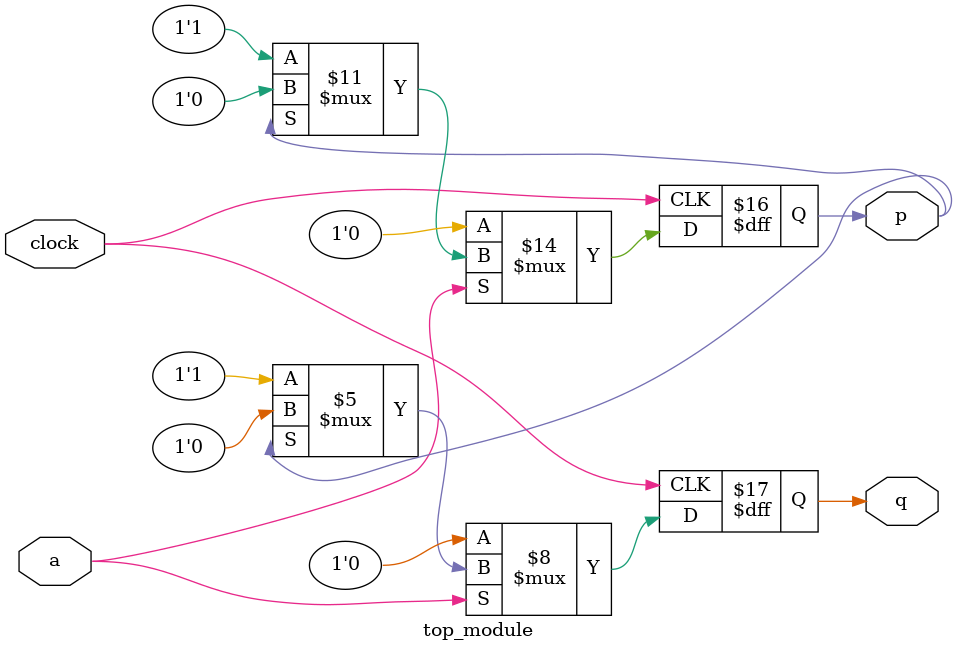
<source format=sv>
module top_module (
	input wire clock,
	input wire a, 
	output reg p,
	output reg q
);

// Sequential circuit
always @(posedge clock) begin
	if (a == 1'b0) begin
		p <= 1'b0;
		q <= 1'b0;
	end else if (p == 1'b1) begin
		p <= 1'b0;
		q <= 1'b0;
	end else begin
		p <= 1'b1;
		q <= 1'b1;
	end
end

endmodule

</source>
